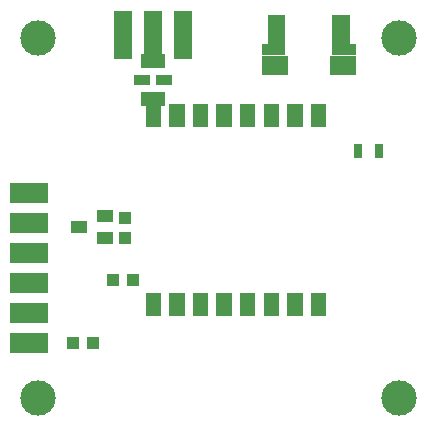
<source format=gbs>
G04 DipTrace 2.3.1.0*
%INBottom Solder Mask.gbr*%
%MOIN*%
%ADD25R,0.0394X0.0433*%
%ADD26R,0.0433X0.0394*%
%ADD27R,0.0315X0.0472*%
%ADD31R,0.06X0.16*%
%ADD41R,0.0551X0.0394*%
%ADD47C,0.1181*%
%ADD65R,0.0569X0.0319*%
%ADD67R,0.0789X0.0489*%
%ADD89R,0.126X0.0709*%
%FSLAX44Y44*%
G04*
G70*
G90*
G75*
G01*
%LNBotMask*%
%LPD*%
D89*
X1030Y6160D3*
Y7160D3*
Y8160D3*
Y5160D3*
Y4160D3*
Y3160D3*
D27*
X11990Y9550D3*
X12699D3*
D47*
X1340Y1310D3*
Y13318D3*
X13348D3*
Y1310D3*
D25*
X4240Y6650D3*
Y7319D3*
D26*
X2480Y3140D3*
X3149D3*
X3840Y5260D3*
X4509D3*
D31*
X6150Y13430D3*
X5150D3*
X4150D3*
G36*
X5426Y11124D2*
X4914D1*
Y10336D1*
X5426D1*
Y11124D1*
G37*
G36*
X6213D2*
X5701D1*
Y10336D1*
X6213D1*
Y11124D1*
G37*
G36*
X7001D2*
X6489D1*
Y10336D1*
X7001D1*
Y11124D1*
G37*
G36*
X7788D2*
X7276D1*
Y10336D1*
X7788D1*
Y11124D1*
G37*
G36*
X8576D2*
X8064D1*
Y10336D1*
X8576D1*
Y11124D1*
G37*
G36*
X9363D2*
X8851D1*
Y10336D1*
X9363D1*
Y11124D1*
G37*
G36*
X10150D2*
X9639D1*
Y10336D1*
X10150D1*
Y11124D1*
G37*
G36*
X10938D2*
X10426D1*
Y10336D1*
X10938D1*
Y11124D1*
G37*
G36*
Y4824D2*
X10426D1*
Y4037D1*
X10938D1*
Y4824D1*
G37*
G36*
X10150D2*
X9639D1*
Y4037D1*
X10150D1*
Y4824D1*
G37*
G36*
X9363D2*
X8851D1*
Y4037D1*
X9363D1*
Y4824D1*
G37*
G36*
X8576D2*
X8064D1*
Y4037D1*
X8576D1*
Y4824D1*
G37*
G36*
X7788D2*
X7276D1*
Y4037D1*
X7788D1*
Y4824D1*
G37*
G36*
X7001D2*
X6489D1*
Y4037D1*
X7001D1*
Y4824D1*
G37*
G36*
X6213D2*
X5701D1*
Y4037D1*
X6213D1*
Y4824D1*
G37*
G36*
X5426D2*
X4914D1*
Y4037D1*
X5426D1*
Y4824D1*
G37*
D67*
X5150Y12560D3*
Y11280D3*
D65*
X4780Y11920D3*
X5520D3*
D41*
X2710Y7020D3*
X3576Y6646D3*
Y7394D3*
G36*
X8780Y12073D2*
Y12727D1*
X9646D1*
Y12073D1*
X8780D1*
G37*
G36*
X9577Y12746D2*
X8780D1*
Y13101D1*
X8987D1*
Y14065D1*
X9577D1*
Y12746D1*
G37*
G36*
X11723Y13101D2*
X11930D1*
Y12746D1*
X11132D1*
Y14065D1*
X11723D1*
Y13101D1*
G37*
G36*
X11930Y12727D2*
Y12073D1*
X11063D1*
Y12727D1*
X11930D1*
G37*
M02*

</source>
